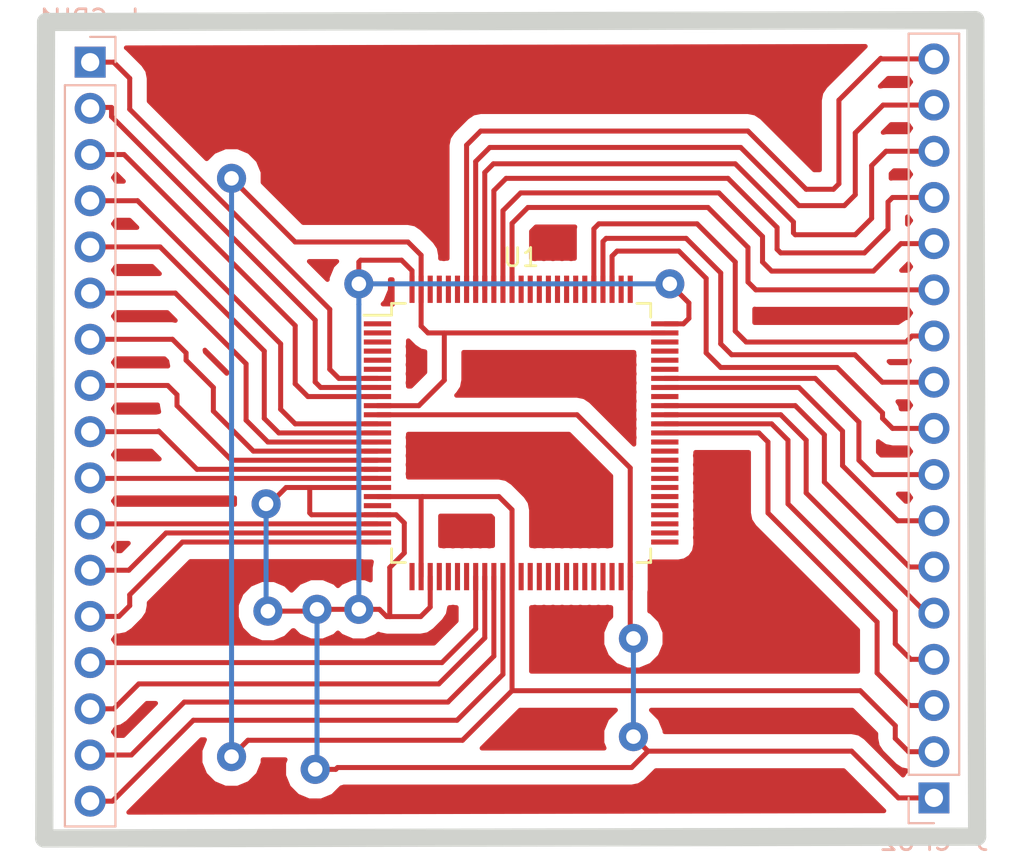
<source format=kicad_pcb>
(kicad_pcb (version 4) (host pcbnew 4.0.6)

  (general
    (links 45)
    (no_connects 0)
    (area 104.341667 95.315 160.708334 142.865)
    (thickness 1.6)
    (drawings 4)
    (tracks 294)
    (zones 0)
    (modules 3)
    (nets 90)
  )

  (page A4)
  (layers
    (0 F.Cu signal)
    (31 B.Cu signal)
    (32 B.Adhes user)
    (33 F.Adhes user)
    (34 B.Paste user)
    (35 F.Paste user)
    (36 B.SilkS user)
    (37 F.SilkS user)
    (38 B.Mask user)
    (39 F.Mask user)
    (40 Dwgs.User user)
    (41 Cmts.User user)
    (42 Eco1.User user)
    (43 Eco2.User user)
    (44 Edge.Cuts user)
    (45 Margin user)
    (46 B.CrtYd user)
    (47 F.CrtYd user)
    (48 B.Fab user)
    (49 F.Fab user)
  )

  (setup
    (last_trace_width 0.25)
    (user_trace_width 0.275)
    (user_trace_width 0.3)
    (user_trace_width 0.6)
    (user_trace_width 0.8)
    (trace_clearance 0.15)
    (zone_clearance 0.8)
    (zone_45_only no)
    (trace_min 0.2)
    (segment_width 0.2)
    (edge_width 1)
    (via_size 0.6)
    (via_drill 0.4)
    (via_min_size 0.4)
    (via_min_drill 0.3)
    (user_via 1.6 0.8)
    (uvia_size 0.3)
    (uvia_drill 0.1)
    (uvias_allowed no)
    (uvia_min_size 0.2)
    (uvia_min_drill 0.1)
    (pcb_text_width 0.3)
    (pcb_text_size 1.5 1.5)
    (mod_edge_width 0.15)
    (mod_text_size 1 1)
    (mod_text_width 0.15)
    (pad_size 1.5 1.5)
    (pad_drill 0.6)
    (pad_to_mask_clearance 0)
    (aux_axis_origin 0 0)
    (visible_elements FFFFEF7F)
    (pcbplotparams
      (layerselection 0x00030_80000001)
      (usegerberextensions false)
      (excludeedgelayer true)
      (linewidth 0.100000)
      (plotframeref false)
      (viasonmask false)
      (mode 1)
      (useauxorigin false)
      (hpglpennumber 1)
      (hpglpenspeed 20)
      (hpglpendiameter 15)
      (hpglpenoverlay 2)
      (psnegative false)
      (psa4output false)
      (plotreference true)
      (plotvalue true)
      (plotinvisibletext false)
      (padsonsilk false)
      (subtractmaskfromsilk false)
      (outputformat 5)
      (mirror false)
      (drillshape 0)
      (scaleselection 1)
      (outputdirectory ""))
  )

  (net 0 "")
  (net 1 GND)
  (net 2 /ADC_2)
  (net 3 /ADC_0)
  (net 4 /ADC_1)
  (net 5 /GLCD_0)
  (net 6 /GLCD_1)
  (net 7 /GLCD_2)
  (net 8 /GLCD_3)
  (net 9 /GLCD_4)
  (net 10 /GLCD_5)
  (net 11 /GLCD_6)
  (net 12 /GLCD_7)
  (net 13 /GLCD_CS1)
  (net 14 /GLCD_CS2)
  (net 15 /GLCD_RST)
  (net 16 /GLCD_RW)
  (net 17 /GLCD_RS)
  (net 18 /GLCD_EN)
  (net 19 VDD)
  (net 20 /ADC_SCL)
  (net 21 /ADC_SDA)
  (net 22 /USER_INPUT_1)
  (net 23 /USER_INPUT_2)
  (net 24 "Net-(U1-Pad1)")
  (net 25 "Net-(U1-Pad2)")
  (net 26 "Net-(U1-Pad3)")
  (net 27 "Net-(U1-Pad4)")
  (net 28 "Net-(U1-Pad5)")
  (net 29 "Net-(U1-Pad6)")
  (net 30 "Net-(U1-Pad21)")
  (net 31 "Net-(U1-Pad26)")
  (net 32 "Net-(U1-Pad29)")
  (net 33 "Net-(U1-Pad30)")
  (net 34 "Net-(U1-Pad31)")
  (net 35 "Net-(U1-Pad32)")
  (net 36 "Net-(U1-Pad38)")
  (net 37 "Net-(U1-Pad39)")
  (net 38 "Net-(U1-Pad40)")
  (net 39 "Net-(U1-Pad41)")
  (net 40 "Net-(U1-Pad42)")
  (net 41 "Net-(U1-Pad43)")
  (net 42 "Net-(U1-Pad44)")
  (net 43 "Net-(U1-Pad45)")
  (net 44 "Net-(U1-Pad46)")
  (net 45 "Net-(U1-Pad47)")
  (net 46 "Net-(U1-Pad48)")
  (net 47 "Net-(U1-Pad49)")
  (net 48 "Net-(U1-Pad51)")
  (net 49 "Net-(U1-Pad52)")
  (net 50 "Net-(U1-Pad53)")
  (net 51 "Net-(U1-Pad54)")
  (net 52 "Net-(U1-Pad55)")
  (net 53 "Net-(U1-Pad56)")
  (net 54 "Net-(U1-Pad57)")
  (net 55 "Net-(U1-Pad58)")
  (net 56 "Net-(U1-Pad59)")
  (net 57 "Net-(U1-Pad60)")
  (net 58 "Net-(U1-Pad61)")
  (net 59 "Net-(U1-Pad62)")
  (net 60 "Net-(U1-Pad67)")
  (net 61 /RX)
  (net 62 /TX)
  (net 63 "Net-(U1-Pad70)")
  (net 64 "Net-(U1-Pad71)")
  (net 65 "Net-(U1-Pad72)")
  (net 66 "Net-(U1-Pad73)")
  (net 67 "Net-(U1-Pad76)")
  (net 68 "Net-(U1-Pad77)")
  (net 69 "Net-(U1-Pad81)")
  (net 70 "Net-(U1-Pad82)")
  (net 71 "Net-(U1-Pad83)")
  (net 72 "Net-(U1-Pad84)")
  (net 73 "Net-(U1-Pad85)")
  (net 74 "Net-(U1-Pad86)")
  (net 75 "Net-(U1-Pad87)")
  (net 76 "Net-(U1-Pad88)")
  (net 77 /ADC_EOC)
  (net 78 "Net-(U1-Pad95)")
  (net 79 "Net-(U1-Pad96)")
  (net 80 "Net-(U1-Pad97)")
  (net 81 "Net-(U1-Pad98)")
  (net 82 /RST)
  (net 83 /OSC24_IN)
  (net 84 /OSC24_OUT)
  (net 85 /OSC32_IN)
  (net 86 /OSC32_OUT)
  (net 87 /BOOT)
  (net 88 /ADC_MCLK)
  (net 89 /ADC_XCLR)

  (net_class Default "This is the default net class."
    (clearance 0.15)
    (trace_width 0.25)
    (via_dia 0.6)
    (via_drill 0.4)
    (uvia_dia 0.3)
    (uvia_drill 0.1)
    (add_net /ADC_0)
    (add_net /ADC_1)
    (add_net /ADC_2)
    (add_net /ADC_EOC)
    (add_net /ADC_MCLK)
    (add_net /ADC_SCL)
    (add_net /ADC_SDA)
    (add_net /ADC_XCLR)
    (add_net /BOOT)
    (add_net /GLCD_0)
    (add_net /GLCD_1)
    (add_net /GLCD_2)
    (add_net /GLCD_3)
    (add_net /GLCD_4)
    (add_net /GLCD_5)
    (add_net /GLCD_6)
    (add_net /GLCD_7)
    (add_net /GLCD_CS1)
    (add_net /GLCD_CS2)
    (add_net /GLCD_EN)
    (add_net /GLCD_RS)
    (add_net /GLCD_RST)
    (add_net /GLCD_RW)
    (add_net /OSC24_IN)
    (add_net /OSC24_OUT)
    (add_net /OSC32_IN)
    (add_net /OSC32_OUT)
    (add_net /RST)
    (add_net /RX)
    (add_net /TX)
    (add_net /USER_INPUT_1)
    (add_net /USER_INPUT_2)
    (add_net GND)
    (add_net "Net-(U1-Pad1)")
    (add_net "Net-(U1-Pad2)")
    (add_net "Net-(U1-Pad21)")
    (add_net "Net-(U1-Pad26)")
    (add_net "Net-(U1-Pad29)")
    (add_net "Net-(U1-Pad3)")
    (add_net "Net-(U1-Pad30)")
    (add_net "Net-(U1-Pad31)")
    (add_net "Net-(U1-Pad32)")
    (add_net "Net-(U1-Pad38)")
    (add_net "Net-(U1-Pad39)")
    (add_net "Net-(U1-Pad4)")
    (add_net "Net-(U1-Pad40)")
    (add_net "Net-(U1-Pad41)")
    (add_net "Net-(U1-Pad42)")
    (add_net "Net-(U1-Pad43)")
    (add_net "Net-(U1-Pad44)")
    (add_net "Net-(U1-Pad45)")
    (add_net "Net-(U1-Pad46)")
    (add_net "Net-(U1-Pad47)")
    (add_net "Net-(U1-Pad48)")
    (add_net "Net-(U1-Pad49)")
    (add_net "Net-(U1-Pad5)")
    (add_net "Net-(U1-Pad51)")
    (add_net "Net-(U1-Pad52)")
    (add_net "Net-(U1-Pad53)")
    (add_net "Net-(U1-Pad54)")
    (add_net "Net-(U1-Pad55)")
    (add_net "Net-(U1-Pad56)")
    (add_net "Net-(U1-Pad57)")
    (add_net "Net-(U1-Pad58)")
    (add_net "Net-(U1-Pad59)")
    (add_net "Net-(U1-Pad6)")
    (add_net "Net-(U1-Pad60)")
    (add_net "Net-(U1-Pad61)")
    (add_net "Net-(U1-Pad62)")
    (add_net "Net-(U1-Pad67)")
    (add_net "Net-(U1-Pad70)")
    (add_net "Net-(U1-Pad71)")
    (add_net "Net-(U1-Pad72)")
    (add_net "Net-(U1-Pad73)")
    (add_net "Net-(U1-Pad76)")
    (add_net "Net-(U1-Pad77)")
    (add_net "Net-(U1-Pad81)")
    (add_net "Net-(U1-Pad82)")
    (add_net "Net-(U1-Pad83)")
    (add_net "Net-(U1-Pad84)")
    (add_net "Net-(U1-Pad85)")
    (add_net "Net-(U1-Pad86)")
    (add_net "Net-(U1-Pad87)")
    (add_net "Net-(U1-Pad88)")
    (add_net "Net-(U1-Pad95)")
    (add_net "Net-(U1-Pad96)")
    (add_net "Net-(U1-Pad97)")
    (add_net "Net-(U1-Pad98)")
    (add_net VDD)
  )

  (module Housings_QFP:LQFP-100_14x14mm_Pitch0.5mm locked (layer F.Cu) (tedit 54130A77) (tstamp 59D2BF30)
    (at 133.025 119.2)
    (descr "LQFP100: plastic low profile quad flat package; 100 leads; body 14 x 14 x 1.4 mm (see NXP sot407-1_po.pdf and sot407-1_fr.pdf)")
    (tags "QFP 0.5")
    (path /59B0F675)
    (attr smd)
    (fp_text reference U1 (at 0 -9.65) (layer F.SilkS)
      (effects (font (size 1 1) (thickness 0.15)))
    )
    (fp_text value STM32F407VGTx (at 0 9.65) (layer F.Fab)
      (effects (font (size 1 1) (thickness 0.15)))
    )
    (fp_text user %R (at 1.2 1) (layer F.Fab)
      (effects (font (size 1 1) (thickness 0.15)))
    )
    (fp_line (start -6 -7) (end 7 -7) (layer F.Fab) (width 0.15))
    (fp_line (start 7 -7) (end 7 7) (layer F.Fab) (width 0.15))
    (fp_line (start 7 7) (end -7 7) (layer F.Fab) (width 0.15))
    (fp_line (start -7 7) (end -7 -6) (layer F.Fab) (width 0.15))
    (fp_line (start -7 -6) (end -6 -7) (layer F.Fab) (width 0.15))
    (fp_line (start -8.9 -8.9) (end -8.9 8.9) (layer F.CrtYd) (width 0.05))
    (fp_line (start 8.9 -8.9) (end 8.9 8.9) (layer F.CrtYd) (width 0.05))
    (fp_line (start -8.9 -8.9) (end 8.9 -8.9) (layer F.CrtYd) (width 0.05))
    (fp_line (start -8.9 8.9) (end 8.9 8.9) (layer F.CrtYd) (width 0.05))
    (fp_line (start -7.125 -7.125) (end -7.125 -6.475) (layer F.SilkS) (width 0.15))
    (fp_line (start 7.125 -7.125) (end 7.125 -6.365) (layer F.SilkS) (width 0.15))
    (fp_line (start 7.125 7.125) (end 7.125 6.365) (layer F.SilkS) (width 0.15))
    (fp_line (start -7.125 7.125) (end -7.125 6.365) (layer F.SilkS) (width 0.15))
    (fp_line (start -7.125 -7.125) (end -6.365 -7.125) (layer F.SilkS) (width 0.15))
    (fp_line (start -7.125 7.125) (end -6.365 7.125) (layer F.SilkS) (width 0.15))
    (fp_line (start 7.125 7.125) (end 6.365 7.125) (layer F.SilkS) (width 0.15))
    (fp_line (start 7.125 -7.125) (end 6.365 -7.125) (layer F.SilkS) (width 0.15))
    (fp_line (start -7.125 -6.475) (end -8.65 -6.475) (layer F.SilkS) (width 0.15))
    (pad 1 smd rect (at -7.9 -6) (size 1.5 0.28) (layers F.Cu F.Paste F.Mask)
      (net 24 "Net-(U1-Pad1)"))
    (pad 2 smd rect (at -7.9 -5.5) (size 1.5 0.28) (layers F.Cu F.Paste F.Mask)
      (net 25 "Net-(U1-Pad2)"))
    (pad 3 smd rect (at -7.9 -5) (size 1.5 0.28) (layers F.Cu F.Paste F.Mask)
      (net 26 "Net-(U1-Pad3)"))
    (pad 4 smd rect (at -7.9 -4.5) (size 1.5 0.28) (layers F.Cu F.Paste F.Mask)
      (net 27 "Net-(U1-Pad4)"))
    (pad 5 smd rect (at -7.9 -4) (size 1.5 0.28) (layers F.Cu F.Paste F.Mask)
      (net 28 "Net-(U1-Pad5)"))
    (pad 6 smd rect (at -7.9 -3.5) (size 1.5 0.28) (layers F.Cu F.Paste F.Mask)
      (net 29 "Net-(U1-Pad6)"))
    (pad 7 smd rect (at -7.9 -3) (size 1.5 0.28) (layers F.Cu F.Paste F.Mask)
      (net 18 /GLCD_EN))
    (pad 8 smd rect (at -7.9 -2.5) (size 1.5 0.28) (layers F.Cu F.Paste F.Mask)
      (net 85 /OSC32_IN))
    (pad 9 smd rect (at -7.9 -2) (size 1.5 0.28) (layers F.Cu F.Paste F.Mask)
      (net 86 /OSC32_OUT))
    (pad 10 smd rect (at -7.9 -1.5) (size 1.5 0.28) (layers F.Cu F.Paste F.Mask)
      (net 1 GND))
    (pad 11 smd rect (at -7.9 -1) (size 1.5 0.28) (layers F.Cu F.Paste F.Mask)
      (net 19 VDD))
    (pad 12 smd rect (at -7.9 -0.5) (size 1.5 0.28) (layers F.Cu F.Paste F.Mask)
      (net 83 /OSC24_IN))
    (pad 13 smd rect (at -7.9 0) (size 1.5 0.28) (layers F.Cu F.Paste F.Mask)
      (net 84 /OSC24_OUT))
    (pad 14 smd rect (at -7.9 0.5) (size 1.5 0.28) (layers F.Cu F.Paste F.Mask)
      (net 82 /RST))
    (pad 15 smd rect (at -7.9 1) (size 1.5 0.28) (layers F.Cu F.Paste F.Mask)
      (net 5 /GLCD_0))
    (pad 16 smd rect (at -7.9 1.5) (size 1.5 0.28) (layers F.Cu F.Paste F.Mask)
      (net 6 /GLCD_1))
    (pad 17 smd rect (at -7.9 2) (size 1.5 0.28) (layers F.Cu F.Paste F.Mask)
      (net 7 /GLCD_2))
    (pad 18 smd rect (at -7.9 2.5) (size 1.5 0.28) (layers F.Cu F.Paste F.Mask)
      (net 8 /GLCD_3))
    (pad 19 smd rect (at -7.9 3) (size 1.5 0.28) (layers F.Cu F.Paste F.Mask)
      (net 19 VDD))
    (pad 20 smd rect (at -7.9 3.5) (size 1.5 0.28) (layers F.Cu F.Paste F.Mask)
      (net 1 GND))
    (pad 21 smd rect (at -7.9 4) (size 1.5 0.28) (layers F.Cu F.Paste F.Mask)
      (net 30 "Net-(U1-Pad21)"))
    (pad 22 smd rect (at -7.9 4.5) (size 1.5 0.28) (layers F.Cu F.Paste F.Mask)
      (net 19 VDD))
    (pad 23 smd rect (at -7.9 5) (size 1.5 0.28) (layers F.Cu F.Paste F.Mask)
      (net 3 /ADC_0))
    (pad 24 smd rect (at -7.9 5.5) (size 1.5 0.28) (layers F.Cu F.Paste F.Mask)
      (net 4 /ADC_1))
    (pad 25 smd rect (at -7.9 6) (size 1.5 0.28) (layers F.Cu F.Paste F.Mask)
      (net 2 /ADC_2))
    (pad 26 smd rect (at -6 7.9 90) (size 1.5 0.28) (layers F.Cu F.Paste F.Mask)
      (net 31 "Net-(U1-Pad26)"))
    (pad 27 smd rect (at -5.5 7.9 90) (size 1.5 0.28) (layers F.Cu F.Paste F.Mask)
      (net 1 GND))
    (pad 28 smd rect (at -5 7.9 90) (size 1.5 0.28) (layers F.Cu F.Paste F.Mask)
      (net 19 VDD))
    (pad 29 smd rect (at -4.5 7.9 90) (size 1.5 0.28) (layers F.Cu F.Paste F.Mask)
      (net 32 "Net-(U1-Pad29)"))
    (pad 30 smd rect (at -4 7.9 90) (size 1.5 0.28) (layers F.Cu F.Paste F.Mask)
      (net 33 "Net-(U1-Pad30)"))
    (pad 31 smd rect (at -3.5 7.9 90) (size 1.5 0.28) (layers F.Cu F.Paste F.Mask)
      (net 34 "Net-(U1-Pad31)"))
    (pad 32 smd rect (at -3 7.9 90) (size 1.5 0.28) (layers F.Cu F.Paste F.Mask)
      (net 35 "Net-(U1-Pad32)"))
    (pad 33 smd rect (at -2.5 7.9 90) (size 1.5 0.28) (layers F.Cu F.Paste F.Mask)
      (net 9 /GLCD_4))
    (pad 34 smd rect (at -2 7.9 90) (size 1.5 0.28) (layers F.Cu F.Paste F.Mask)
      (net 10 /GLCD_5))
    (pad 35 smd rect (at -1.5 7.9 90) (size 1.5 0.28) (layers F.Cu F.Paste F.Mask)
      (net 22 /USER_INPUT_1))
    (pad 36 smd rect (at -1 7.9 90) (size 1.5 0.28) (layers F.Cu F.Paste F.Mask)
      (net 23 /USER_INPUT_2))
    (pad 37 smd rect (at -0.5 7.9 90) (size 1.5 0.28) (layers F.Cu F.Paste F.Mask)
      (net 1 GND))
    (pad 38 smd rect (at 0 7.9 90) (size 1.5 0.28) (layers F.Cu F.Paste F.Mask)
      (net 36 "Net-(U1-Pad38)"))
    (pad 39 smd rect (at 0.5 7.9 90) (size 1.5 0.28) (layers F.Cu F.Paste F.Mask)
      (net 37 "Net-(U1-Pad39)"))
    (pad 40 smd rect (at 1 7.9 90) (size 1.5 0.28) (layers F.Cu F.Paste F.Mask)
      (net 38 "Net-(U1-Pad40)"))
    (pad 41 smd rect (at 1.5 7.9 90) (size 1.5 0.28) (layers F.Cu F.Paste F.Mask)
      (net 39 "Net-(U1-Pad41)"))
    (pad 42 smd rect (at 2 7.9 90) (size 1.5 0.28) (layers F.Cu F.Paste F.Mask)
      (net 40 "Net-(U1-Pad42)"))
    (pad 43 smd rect (at 2.5 7.9 90) (size 1.5 0.28) (layers F.Cu F.Paste F.Mask)
      (net 41 "Net-(U1-Pad43)"))
    (pad 44 smd rect (at 3 7.9 90) (size 1.5 0.28) (layers F.Cu F.Paste F.Mask)
      (net 42 "Net-(U1-Pad44)"))
    (pad 45 smd rect (at 3.5 7.9 90) (size 1.5 0.28) (layers F.Cu F.Paste F.Mask)
      (net 43 "Net-(U1-Pad45)"))
    (pad 46 smd rect (at 4 7.9 90) (size 1.5 0.28) (layers F.Cu F.Paste F.Mask)
      (net 44 "Net-(U1-Pad46)"))
    (pad 47 smd rect (at 4.5 7.9 90) (size 1.5 0.28) (layers F.Cu F.Paste F.Mask)
      (net 45 "Net-(U1-Pad47)"))
    (pad 48 smd rect (at 5 7.9 90) (size 1.5 0.28) (layers F.Cu F.Paste F.Mask)
      (net 46 "Net-(U1-Pad48)"))
    (pad 49 smd rect (at 5.5 7.9 90) (size 1.5 0.28) (layers F.Cu F.Paste F.Mask)
      (net 47 "Net-(U1-Pad49)"))
    (pad 50 smd rect (at 6 7.9 90) (size 1.5 0.28) (layers F.Cu F.Paste F.Mask)
      (net 19 VDD))
    (pad 51 smd rect (at 7.9 6) (size 1.5 0.28) (layers F.Cu F.Paste F.Mask)
      (net 48 "Net-(U1-Pad51)"))
    (pad 52 smd rect (at 7.9 5.5) (size 1.5 0.28) (layers F.Cu F.Paste F.Mask)
      (net 49 "Net-(U1-Pad52)"))
    (pad 53 smd rect (at 7.9 5) (size 1.5 0.28) (layers F.Cu F.Paste F.Mask)
      (net 50 "Net-(U1-Pad53)"))
    (pad 54 smd rect (at 7.9 4.5) (size 1.5 0.28) (layers F.Cu F.Paste F.Mask)
      (net 51 "Net-(U1-Pad54)"))
    (pad 55 smd rect (at 7.9 4) (size 1.5 0.28) (layers F.Cu F.Paste F.Mask)
      (net 52 "Net-(U1-Pad55)"))
    (pad 56 smd rect (at 7.9 3.5) (size 1.5 0.28) (layers F.Cu F.Paste F.Mask)
      (net 53 "Net-(U1-Pad56)"))
    (pad 57 smd rect (at 7.9 3) (size 1.5 0.28) (layers F.Cu F.Paste F.Mask)
      (net 54 "Net-(U1-Pad57)"))
    (pad 58 smd rect (at 7.9 2.5) (size 1.5 0.28) (layers F.Cu F.Paste F.Mask)
      (net 55 "Net-(U1-Pad58)"))
    (pad 59 smd rect (at 7.9 2) (size 1.5 0.28) (layers F.Cu F.Paste F.Mask)
      (net 56 "Net-(U1-Pad59)"))
    (pad 60 smd rect (at 7.9 1.5) (size 1.5 0.28) (layers F.Cu F.Paste F.Mask)
      (net 57 "Net-(U1-Pad60)"))
    (pad 61 smd rect (at 7.9 1) (size 1.5 0.28) (layers F.Cu F.Paste F.Mask)
      (net 58 "Net-(U1-Pad61)"))
    (pad 62 smd rect (at 7.9 0.5) (size 1.5 0.28) (layers F.Cu F.Paste F.Mask)
      (net 59 "Net-(U1-Pad62)"))
    (pad 63 smd rect (at 7.9 0) (size 1.5 0.28) (layers F.Cu F.Paste F.Mask)
      (net 11 /GLCD_6))
    (pad 64 smd rect (at 7.9 -0.5) (size 1.5 0.28) (layers F.Cu F.Paste F.Mask)
      (net 12 /GLCD_7))
    (pad 65 smd rect (at 7.9 -1) (size 1.5 0.28) (layers F.Cu F.Paste F.Mask)
      (net 13 /GLCD_CS1))
    (pad 66 smd rect (at 7.9 -1.5) (size 1.5 0.28) (layers F.Cu F.Paste F.Mask)
      (net 14 /GLCD_CS2))
    (pad 67 smd rect (at 7.9 -2) (size 1.5 0.28) (layers F.Cu F.Paste F.Mask)
      (net 60 "Net-(U1-Pad67)"))
    (pad 68 smd rect (at 7.9 -2.5) (size 1.5 0.28) (layers F.Cu F.Paste F.Mask)
      (net 61 /RX))
    (pad 69 smd rect (at 7.9 -3) (size 1.5 0.28) (layers F.Cu F.Paste F.Mask)
      (net 62 /TX))
    (pad 70 smd rect (at 7.9 -3.5) (size 1.5 0.28) (layers F.Cu F.Paste F.Mask)
      (net 63 "Net-(U1-Pad70)"))
    (pad 71 smd rect (at 7.9 -4) (size 1.5 0.28) (layers F.Cu F.Paste F.Mask)
      (net 64 "Net-(U1-Pad71)"))
    (pad 72 smd rect (at 7.9 -4.5) (size 1.5 0.28) (layers F.Cu F.Paste F.Mask)
      (net 65 "Net-(U1-Pad72)"))
    (pad 73 smd rect (at 7.9 -5) (size 1.5 0.28) (layers F.Cu F.Paste F.Mask)
      (net 66 "Net-(U1-Pad73)"))
    (pad 74 smd rect (at 7.9 -5.5) (size 1.5 0.28) (layers F.Cu F.Paste F.Mask)
      (net 1 GND))
    (pad 75 smd rect (at 7.9 -6) (size 1.5 0.28) (layers F.Cu F.Paste F.Mask)
      (net 19 VDD))
    (pad 76 smd rect (at 6 -7.9 90) (size 1.5 0.28) (layers F.Cu F.Paste F.Mask)
      (net 67 "Net-(U1-Pad76)"))
    (pad 77 smd rect (at 5.5 -7.9 90) (size 1.5 0.28) (layers F.Cu F.Paste F.Mask)
      (net 68 "Net-(U1-Pad77)"))
    (pad 78 smd rect (at 5 -7.9 90) (size 1.5 0.28) (layers F.Cu F.Paste F.Mask)
      (net 17 /GLCD_RS))
    (pad 79 smd rect (at 4.5 -7.9 90) (size 1.5 0.28) (layers F.Cu F.Paste F.Mask)
      (net 16 /GLCD_RW))
    (pad 80 smd rect (at 4 -7.9 90) (size 1.5 0.28) (layers F.Cu F.Paste F.Mask)
      (net 15 /GLCD_RST))
    (pad 81 smd rect (at 3.5 -7.9 90) (size 1.5 0.28) (layers F.Cu F.Paste F.Mask)
      (net 69 "Net-(U1-Pad81)"))
    (pad 82 smd rect (at 3 -7.9 90) (size 1.5 0.28) (layers F.Cu F.Paste F.Mask)
      (net 70 "Net-(U1-Pad82)"))
    (pad 83 smd rect (at 2.5 -7.9 90) (size 1.5 0.28) (layers F.Cu F.Paste F.Mask)
      (net 71 "Net-(U1-Pad83)"))
    (pad 84 smd rect (at 2 -7.9 90) (size 1.5 0.28) (layers F.Cu F.Paste F.Mask)
      (net 72 "Net-(U1-Pad84)"))
    (pad 85 smd rect (at 1.5 -7.9 90) (size 1.5 0.28) (layers F.Cu F.Paste F.Mask)
      (net 73 "Net-(U1-Pad85)"))
    (pad 86 smd rect (at 1 -7.9 90) (size 1.5 0.28) (layers F.Cu F.Paste F.Mask)
      (net 74 "Net-(U1-Pad86)"))
    (pad 87 smd rect (at 0.5 -7.9 90) (size 1.5 0.28) (layers F.Cu F.Paste F.Mask)
      (net 75 "Net-(U1-Pad87)"))
    (pad 88 smd rect (at 0 -7.9 90) (size 1.5 0.28) (layers F.Cu F.Paste F.Mask)
      (net 76 "Net-(U1-Pad88)"))
    (pad 89 smd rect (at -0.5 -7.9 90) (size 1.5 0.28) (layers F.Cu F.Paste F.Mask)
      (net 88 /ADC_MCLK))
    (pad 90 smd rect (at -1 -7.9 90) (size 1.5 0.28) (layers F.Cu F.Paste F.Mask)
      (net 89 /ADC_XCLR))
    (pad 91 smd rect (at -1.5 -7.9 90) (size 1.5 0.28) (layers F.Cu F.Paste F.Mask)
      (net 77 /ADC_EOC))
    (pad 92 smd rect (at -2 -7.9 90) (size 1.5 0.28) (layers F.Cu F.Paste F.Mask)
      (net 20 /ADC_SCL))
    (pad 93 smd rect (at -2.5 -7.9 90) (size 1.5 0.28) (layers F.Cu F.Paste F.Mask)
      (net 21 /ADC_SDA))
    (pad 94 smd rect (at -3 -7.9 90) (size 1.5 0.28) (layers F.Cu F.Paste F.Mask)
      (net 87 /BOOT))
    (pad 95 smd rect (at -3.5 -7.9 90) (size 1.5 0.28) (layers F.Cu F.Paste F.Mask)
      (net 78 "Net-(U1-Pad95)"))
    (pad 96 smd rect (at -4 -7.9 90) (size 1.5 0.28) (layers F.Cu F.Paste F.Mask)
      (net 79 "Net-(U1-Pad96)"))
    (pad 97 smd rect (at -4.5 -7.9 90) (size 1.5 0.28) (layers F.Cu F.Paste F.Mask)
      (net 80 "Net-(U1-Pad97)"))
    (pad 98 smd rect (at -5 -7.9 90) (size 1.5 0.28) (layers F.Cu F.Paste F.Mask)
      (net 81 "Net-(U1-Pad98)"))
    (pad 99 smd rect (at -5.5 -7.9 90) (size 1.5 0.28) (layers F.Cu F.Paste F.Mask)
      (net 1 GND))
    (pad 100 smd rect (at -6 -7.9 90) (size 1.5 0.28) (layers F.Cu F.Paste F.Mask)
      (net 19 VDD))
    (model Housings_QFP.3dshapes/LQFP-100_14x14mm_Pitch0.5mm.wrl
      (at (xyz 0 0 0))
      (scale (xyz 1 1 1))
      (rotate (xyz 0 0 0))
    )
  )

  (module Pin_Headers:Pin_Header_Straight_1x17_Pitch2.54mm locked (layer B.Cu) (tedit 5862ED52) (tstamp 59D2C640)
    (at 109.325 98.81 180)
    (descr "Through hole straight pin header, 1x17, 2.54mm pitch, single row")
    (tags "Through hole pin header THT 1x17 2.54mm single row")
    (path /59D4BBFA)
    (fp_text reference J-CPU1 (at 0 2.39 180) (layer B.SilkS)
      (effects (font (size 1 1) (thickness 0.15)) (justify mirror))
    )
    (fp_text value CONN_01X17 (at 0 -43.03 180) (layer B.Fab)
      (effects (font (size 1 1) (thickness 0.15)) (justify mirror))
    )
    (fp_line (start -1.27 1.27) (end -1.27 -41.91) (layer B.Fab) (width 0.1))
    (fp_line (start -1.27 -41.91) (end 1.27 -41.91) (layer B.Fab) (width 0.1))
    (fp_line (start 1.27 -41.91) (end 1.27 1.27) (layer B.Fab) (width 0.1))
    (fp_line (start 1.27 1.27) (end -1.27 1.27) (layer B.Fab) (width 0.1))
    (fp_line (start -1.39 -1.27) (end -1.39 -42.03) (layer B.SilkS) (width 0.12))
    (fp_line (start -1.39 -42.03) (end 1.39 -42.03) (layer B.SilkS) (width 0.12))
    (fp_line (start 1.39 -42.03) (end 1.39 -1.27) (layer B.SilkS) (width 0.12))
    (fp_line (start 1.39 -1.27) (end -1.39 -1.27) (layer B.SilkS) (width 0.12))
    (fp_line (start -1.39 0) (end -1.39 1.39) (layer B.SilkS) (width 0.12))
    (fp_line (start -1.39 1.39) (end 0 1.39) (layer B.SilkS) (width 0.12))
    (fp_line (start -1.6 1.6) (end -1.6 -42.2) (layer B.CrtYd) (width 0.05))
    (fp_line (start -1.6 -42.2) (end 1.6 -42.2) (layer B.CrtYd) (width 0.05))
    (fp_line (start 1.6 -42.2) (end 1.6 1.6) (layer B.CrtYd) (width 0.05))
    (fp_line (start 1.6 1.6) (end -1.6 1.6) (layer B.CrtYd) (width 0.05))
    (pad 1 thru_hole rect (at 0 0 180) (size 1.7 1.7) (drill 1) (layers *.Cu *.Mask)
      (net 18 /GLCD_EN))
    (pad 2 thru_hole oval (at 0 -2.54 180) (size 1.7 1.7) (drill 1) (layers *.Cu *.Mask)
      (net 85 /OSC32_IN))
    (pad 3 thru_hole oval (at 0 -5.08 180) (size 1.7 1.7) (drill 1) (layers *.Cu *.Mask)
      (net 86 /OSC32_OUT))
    (pad 4 thru_hole oval (at 0 -7.62 180) (size 1.7 1.7) (drill 1) (layers *.Cu *.Mask)
      (net 83 /OSC24_IN))
    (pad 5 thru_hole oval (at 0 -10.16 180) (size 1.7 1.7) (drill 1) (layers *.Cu *.Mask)
      (net 84 /OSC24_OUT))
    (pad 6 thru_hole oval (at 0 -12.7 180) (size 1.7 1.7) (drill 1) (layers *.Cu *.Mask)
      (net 82 /RST))
    (pad 7 thru_hole oval (at 0 -15.24 180) (size 1.7 1.7) (drill 1) (layers *.Cu *.Mask)
      (net 5 /GLCD_0))
    (pad 8 thru_hole oval (at 0 -17.78 180) (size 1.7 1.7) (drill 1) (layers *.Cu *.Mask)
      (net 6 /GLCD_1))
    (pad 9 thru_hole oval (at 0 -20.32 180) (size 1.7 1.7) (drill 1) (layers *.Cu *.Mask)
      (net 7 /GLCD_2))
    (pad 10 thru_hole oval (at 0 -22.86 180) (size 1.7 1.7) (drill 1) (layers *.Cu *.Mask)
      (net 8 /GLCD_3))
    (pad 11 thru_hole oval (at 0 -25.4 180) (size 1.7 1.7) (drill 1) (layers *.Cu *.Mask)
      (net 3 /ADC_0))
    (pad 12 thru_hole oval (at 0 -27.94 180) (size 1.7 1.7) (drill 1) (layers *.Cu *.Mask)
      (net 4 /ADC_1))
    (pad 13 thru_hole oval (at 0 -30.48 180) (size 1.7 1.7) (drill 1) (layers *.Cu *.Mask)
      (net 2 /ADC_2))
    (pad 14 thru_hole oval (at 0 -33.02 180) (size 1.7 1.7) (drill 1) (layers *.Cu *.Mask)
      (net 9 /GLCD_4))
    (pad 15 thru_hole oval (at 0 -35.56 180) (size 1.7 1.7) (drill 1) (layers *.Cu *.Mask)
      (net 10 /GLCD_5))
    (pad 16 thru_hole oval (at 0 -38.1 180) (size 1.7 1.7) (drill 1) (layers *.Cu *.Mask)
      (net 22 /USER_INPUT_1))
    (pad 17 thru_hole oval (at 0 -40.64 180) (size 1.7 1.7) (drill 1) (layers *.Cu *.Mask)
      (net 23 /USER_INPUT_2))
    (model Pin_Headers.3dshapes/Pin_Header_Straight_1x17_Pitch2.54mm.wrl
      (at (xyz 0 -0.8 0))
      (scale (xyz 1 1 1))
      (rotate (xyz 0 0 90))
    )
  )

  (module Pin_Headers:Pin_Header_Straight_1x17_Pitch2.54mm locked (layer B.Cu) (tedit 5862ED52) (tstamp 59D2C655)
    (at 155.725 139.27)
    (descr "Through hole straight pin header, 1x17, 2.54mm pitch, single row")
    (tags "Through hole pin header THT 1x17 2.54mm single row")
    (path /59D532FC)
    (fp_text reference J-CPU2 (at 0 2.39) (layer B.SilkS)
      (effects (font (size 1 1) (thickness 0.15)) (justify mirror))
    )
    (fp_text value CONN_01X17 (at 0 -43.03) (layer B.Fab)
      (effects (font (size 1 1) (thickness 0.15)) (justify mirror))
    )
    (fp_line (start -1.27 1.27) (end -1.27 -41.91) (layer B.Fab) (width 0.1))
    (fp_line (start -1.27 -41.91) (end 1.27 -41.91) (layer B.Fab) (width 0.1))
    (fp_line (start 1.27 -41.91) (end 1.27 1.27) (layer B.Fab) (width 0.1))
    (fp_line (start 1.27 1.27) (end -1.27 1.27) (layer B.Fab) (width 0.1))
    (fp_line (start -1.39 -1.27) (end -1.39 -42.03) (layer B.SilkS) (width 0.12))
    (fp_line (start -1.39 -42.03) (end 1.39 -42.03) (layer B.SilkS) (width 0.12))
    (fp_line (start 1.39 -42.03) (end 1.39 -1.27) (layer B.SilkS) (width 0.12))
    (fp_line (start 1.39 -1.27) (end -1.39 -1.27) (layer B.SilkS) (width 0.12))
    (fp_line (start -1.39 0) (end -1.39 1.39) (layer B.SilkS) (width 0.12))
    (fp_line (start -1.39 1.39) (end 0 1.39) (layer B.SilkS) (width 0.12))
    (fp_line (start -1.6 1.6) (end -1.6 -42.2) (layer B.CrtYd) (width 0.05))
    (fp_line (start -1.6 -42.2) (end 1.6 -42.2) (layer B.CrtYd) (width 0.05))
    (fp_line (start 1.6 -42.2) (end 1.6 1.6) (layer B.CrtYd) (width 0.05))
    (fp_line (start 1.6 1.6) (end -1.6 1.6) (layer B.CrtYd) (width 0.05))
    (pad 1 thru_hole rect (at 0 0) (size 1.7 1.7) (drill 1) (layers *.Cu *.Mask)
      (net 19 VDD))
    (pad 2 thru_hole oval (at 0 -2.54) (size 1.7 1.7) (drill 1) (layers *.Cu *.Mask)
      (net 1 GND))
    (pad 3 thru_hole oval (at 0 -5.08) (size 1.7 1.7) (drill 1) (layers *.Cu *.Mask)
      (net 11 /GLCD_6))
    (pad 4 thru_hole oval (at 0 -7.62) (size 1.7 1.7) (drill 1) (layers *.Cu *.Mask)
      (net 12 /GLCD_7))
    (pad 5 thru_hole oval (at 0 -10.16) (size 1.7 1.7) (drill 1) (layers *.Cu *.Mask)
      (net 13 /GLCD_CS1))
    (pad 6 thru_hole oval (at 0 -12.7) (size 1.7 1.7) (drill 1) (layers *.Cu *.Mask)
      (net 14 /GLCD_CS2))
    (pad 7 thru_hole oval (at 0 -15.24) (size 1.7 1.7) (drill 1) (layers *.Cu *.Mask)
      (net 61 /RX))
    (pad 8 thru_hole oval (at 0 -17.78) (size 1.7 1.7) (drill 1) (layers *.Cu *.Mask)
      (net 62 /TX))
    (pad 9 thru_hole oval (at 0 -20.32) (size 1.7 1.7) (drill 1) (layers *.Cu *.Mask)
      (net 17 /GLCD_RS))
    (pad 10 thru_hole oval (at 0 -22.86) (size 1.7 1.7) (drill 1) (layers *.Cu *.Mask)
      (net 16 /GLCD_RW))
    (pad 11 thru_hole oval (at 0 -25.4) (size 1.7 1.7) (drill 1) (layers *.Cu *.Mask)
      (net 15 /GLCD_RST))
    (pad 12 thru_hole oval (at 0 -27.94) (size 1.7 1.7) (drill 1) (layers *.Cu *.Mask)
      (net 88 /ADC_MCLK))
    (pad 13 thru_hole oval (at 0 -30.48) (size 1.7 1.7) (drill 1) (layers *.Cu *.Mask)
      (net 89 /ADC_XCLR))
    (pad 14 thru_hole oval (at 0 -33.02) (size 1.7 1.7) (drill 1) (layers *.Cu *.Mask)
      (net 77 /ADC_EOC))
    (pad 15 thru_hole oval (at 0 -35.56) (size 1.7 1.7) (drill 1) (layers *.Cu *.Mask)
      (net 20 /ADC_SCL))
    (pad 16 thru_hole oval (at 0 -38.1) (size 1.7 1.7) (drill 1) (layers *.Cu *.Mask)
      (net 21 /ADC_SDA))
    (pad 17 thru_hole oval (at 0 -40.64) (size 1.7 1.7) (drill 1) (layers *.Cu *.Mask)
      (net 87 /BOOT))
    (model Pin_Headers.3dshapes/Pin_Header_Straight_1x17_Pitch2.54mm.wrl
      (at (xyz 0 -0.8 0))
      (scale (xyz 1 1 1))
      (rotate (xyz 0 0 90))
    )
  )

  (gr_line (start 106.8 141.5) (end 106.9 96.6) (layer Edge.Cuts) (width 1))
  (gr_line (start 158.1 141.4) (end 106.8 141.5) (layer Edge.Cuts) (width 1))
  (gr_line (start 158 96.5) (end 158.1 141.4) (layer Edge.Cuts) (width 1))
  (gr_line (start 106.9 96.6) (end 158 96.5) (layer Edge.Cuts) (width 1))

  (segment (start 153.6 136) (end 154.33 136.73) (width 0.275) (layer F.Cu) (net 1))
  (segment (start 154.33 136.73) (end 155.725 136.73) (width 0.275) (layer F.Cu) (net 1))
  (segment (start 153.6 135.3) (end 153.6 136) (width 0.275) (layer F.Cu) (net 1))
  (segment (start 151.675 133.375) (end 153.6 135.3) (width 0.275) (layer F.Cu) (net 1))
  (segment (start 132.525 133.375) (end 151.675 133.375) (width 0.275) (layer F.Cu) (net 1))
  (segment (start 129.8 136.1) (end 118 136.1) (width 0.275) (layer F.Cu) (net 1))
  (segment (start 118 136.1) (end 117.1 137) (width 0.275) (layer F.Cu) (net 1))
  (segment (start 132.525 133.375) (end 129.8 136.1) (width 0.275) (layer F.Cu) (net 1))
  (segment (start 132.525 127.1) (end 132.525 133.375) (width 0.275) (layer F.Cu) (net 1))
  (segment (start 117.1 105.2) (end 117.1 137) (width 0.275) (layer B.Cu) (net 1))
  (via (at 117.1 137) (size 1.6) (drill 0.8) (layers F.Cu B.Cu) (net 1))
  (segment (start 121.2 108.7) (end 120.6 108.7) (width 0.275) (layer F.Cu) (net 1))
  (segment (start 120.6 108.7) (end 117.1 105.2) (width 0.275) (layer F.Cu) (net 1))
  (via (at 117.1 105.2) (size 1.6) (drill 0.8) (layers F.Cu B.Cu) (net 1))
  (segment (start 127.525 109.425) (end 126.8 108.7) (width 0.275) (layer F.Cu) (net 1))
  (segment (start 126.8 108.7) (end 121.2 108.7) (width 0.275) (layer F.Cu) (net 1))
  (segment (start 127.525 111.3) (end 127.525 109.425) (width 0.275) (layer F.Cu) (net 1))
  (segment (start 140.925 113.7) (end 128.8 113.7) (width 0.275) (layer F.Cu) (net 1))
  (segment (start 128.8 113.7) (end 127.9 113.7) (width 0.275) (layer F.Cu) (net 1))
  (segment (start 127.4 117.7) (end 128.8 116.3) (width 0.275) (layer F.Cu) (net 1))
  (segment (start 128.8 116.3) (end 128.8 113.7) (width 0.275) (layer F.Cu) (net 1))
  (segment (start 125.125 117.7) (end 127.4 117.7) (width 0.275) (layer F.Cu) (net 1))
  (segment (start 127.9 113.7) (end 127.525 113.325) (width 0.275) (layer F.Cu) (net 1))
  (segment (start 127.525 113.325) (end 127.525 111.3) (width 0.275) (layer F.Cu) (net 1))
  (segment (start 125.125 122.7) (end 127.6 122.7) (width 0.275) (layer F.Cu) (net 1))
  (segment (start 127.525 122.775) (end 127.6 122.7) (width 0.275) (layer F.Cu) (net 1))
  (segment (start 127.6 122.7) (end 131.8 122.7) (width 0.275) (layer F.Cu) (net 1))
  (segment (start 127.525 127.1) (end 127.525 122.775) (width 0.275) (layer F.Cu) (net 1))
  (segment (start 131.8 122.7) (end 132.525 123.425) (width 0.275) (layer F.Cu) (net 1))
  (segment (start 132.525 123.425) (end 132.525 127.1) (width 0.275) (layer F.Cu) (net 1))
  (segment (start 111.5 128.7) (end 110.91 129.29) (width 0.275) (layer F.Cu) (net 2))
  (segment (start 110.91 129.29) (end 109.325 129.29) (width 0.275) (layer F.Cu) (net 2))
  (segment (start 111.5 128.1) (end 111.5 128.7) (width 0.275) (layer F.Cu) (net 2))
  (segment (start 114.4 125.2) (end 111.5 128.1) (width 0.275) (layer F.Cu) (net 2))
  (segment (start 125.125 125.2) (end 114.4 125.2) (width 0.275) (layer F.Cu) (net 2))
  (segment (start 125.125 124.2) (end 109.335 124.2) (width 0.275) (layer F.Cu) (net 3))
  (segment (start 109.335 124.2) (end 109.325 124.21) (width 0.275) (layer F.Cu) (net 3))
  (segment (start 113.5 124.7) (end 111.45 126.75) (width 0.275) (layer F.Cu) (net 4))
  (segment (start 111.45 126.75) (end 109.325 126.75) (width 0.275) (layer F.Cu) (net 4))
  (segment (start 125.125 124.7) (end 113.5 124.7) (width 0.275) (layer F.Cu) (net 4))
  (segment (start 125.125 120.2) (end 118.3 120.2) (width 0.275) (layer F.Cu) (net 5))
  (segment (start 118.3 120.2) (end 116.1 118) (width 0.275) (layer F.Cu) (net 5))
  (segment (start 116.1 116.7) (end 114.6 115.2) (width 0.275) (layer F.Cu) (net 5))
  (segment (start 116.1 118) (end 116.1 116.7) (width 0.275) (layer F.Cu) (net 5))
  (segment (start 114.6 115.2) (end 114.6 114.8) (width 0.275) (layer F.Cu) (net 5))
  (segment (start 114.6 114.8) (end 113.85 114.05) (width 0.275) (layer F.Cu) (net 5))
  (segment (start 113.85 114.05) (end 109.325 114.05) (width 0.275) (layer F.Cu) (net 5))
  (segment (start 114.1 117.1) (end 113.59 116.59) (width 0.275) (layer F.Cu) (net 6))
  (segment (start 113.59 116.59) (end 109.325 116.59) (width 0.275) (layer F.Cu) (net 6))
  (segment (start 114.1 117.7) (end 114.1 117.1) (width 0.275) (layer F.Cu) (net 6))
  (segment (start 117.1 120.7) (end 114.1 117.7) (width 0.275) (layer F.Cu) (net 6))
  (segment (start 125.125 120.7) (end 117.1 120.7) (width 0.275) (layer F.Cu) (net 6))
  (segment (start 113.1 119.1) (end 113.07 119.13) (width 0.275) (layer F.Cu) (net 7))
  (segment (start 113.07 119.13) (end 109.325 119.13) (width 0.275) (layer F.Cu) (net 7))
  (segment (start 115.2 121.2) (end 113.1 119.1) (width 0.275) (layer F.Cu) (net 7))
  (segment (start 125.125 121.2) (end 115.2 121.2) (width 0.275) (layer F.Cu) (net 7))
  (segment (start 125.125 121.7) (end 109.355 121.7) (width 0.275) (layer F.Cu) (net 8))
  (segment (start 109.355 121.7) (end 109.325 121.67) (width 0.275) (layer F.Cu) (net 8))
  (segment (start 130.525 129.975) (end 128.67 131.83) (width 0.275) (layer F.Cu) (net 9))
  (segment (start 128.67 131.83) (end 109.325 131.83) (width 0.275) (layer F.Cu) (net 9))
  (segment (start 130.525 127.1) (end 130.525 129.975) (width 0.275) (layer F.Cu) (net 9))
  (segment (start 112 133) (end 110.63 134.37) (width 0.275) (layer F.Cu) (net 10))
  (segment (start 110.63 134.37) (end 109.325 134.37) (width 0.275) (layer F.Cu) (net 10))
  (segment (start 128.5 133) (end 112 133) (width 0.275) (layer F.Cu) (net 10))
  (segment (start 131.025 130.475) (end 128.5 133) (width 0.275) (layer F.Cu) (net 10))
  (segment (start 131.025 127.1) (end 131.025 130.475) (width 0.275) (layer F.Cu) (net 10))
  (segment (start 152.6 132.4) (end 154.39 134.19) (width 0.275) (layer F.Cu) (net 11))
  (segment (start 154.39 134.19) (end 155.725 134.19) (width 0.275) (layer F.Cu) (net 11))
  (segment (start 152.6 129.6) (end 152.6 132.4) (width 0.275) (layer F.Cu) (net 11))
  (segment (start 146.6 123.6) (end 152.6 129.6) (width 0.275) (layer F.Cu) (net 11))
  (segment (start 146.6 119.7) (end 146.6 123.6) (width 0.275) (layer F.Cu) (net 11))
  (segment (start 146.1 119.2) (end 146.6 119.7) (width 0.275) (layer F.Cu) (net 11))
  (segment (start 140.925 119.2) (end 146.1 119.2) (width 0.275) (layer F.Cu) (net 11))
  (segment (start 140.925 118.7) (end 146.8 118.7) (width 0.275) (layer F.Cu) (net 12))
  (segment (start 146.8 118.7) (end 147.7 119.6) (width 0.275) (layer F.Cu) (net 12))
  (segment (start 147.7 119.6) (end 147.7 123.1) (width 0.275) (layer F.Cu) (net 12))
  (segment (start 147.7 123.1) (end 153.6 129) (width 0.275) (layer F.Cu) (net 12))
  (segment (start 153.6 130.8) (end 154.45 131.65) (width 0.275) (layer F.Cu) (net 12))
  (segment (start 153.6 129) (end 153.6 130.8) (width 0.275) (layer F.Cu) (net 12))
  (segment (start 154.45 131.65) (end 155.725 131.65) (width 0.275) (layer F.Cu) (net 12))
  (segment (start 140.925 118.2) (end 147.3 118.2) (width 0.275) (layer F.Cu) (net 13))
  (segment (start 147.3 118.2) (end 148.7 119.6) (width 0.275) (layer F.Cu) (net 13))
  (segment (start 148.7 119.6) (end 148.7 122.5) (width 0.275) (layer F.Cu) (net 13))
  (segment (start 148.7 122.5) (end 155.31 129.11) (width 0.275) (layer F.Cu) (net 13))
  (segment (start 155.31 129.11) (end 155.725 129.11) (width 0.275) (layer F.Cu) (net 13))
  (segment (start 140.925 117.7) (end 148.1 117.7) (width 0.275) (layer F.Cu) (net 14))
  (segment (start 148.1 117.7) (end 149.7 119.3) (width 0.275) (layer F.Cu) (net 14))
  (segment (start 149.7 119.3) (end 149.7 121.9) (width 0.275) (layer F.Cu) (net 14))
  (segment (start 149.7 121.9) (end 154.37 126.57) (width 0.275) (layer F.Cu) (net 14))
  (segment (start 154.37 126.57) (end 155.725 126.57) (width 0.275) (layer F.Cu) (net 14))
  (segment (start 137.025 111.3) (end 137.025 107.975) (width 0.275) (layer F.Cu) (net 15))
  (segment (start 137.025 107.975) (end 137.3 107.7) (width 0.275) (layer F.Cu) (net 15))
  (segment (start 137.3 107.7) (end 142.7 107.7) (width 0.275) (layer F.Cu) (net 15))
  (segment (start 142.7 107.7) (end 144.8 109.8) (width 0.275) (layer F.Cu) (net 15))
  (segment (start 144.8 109.8) (end 144.8 113.6) (width 0.275) (layer F.Cu) (net 15))
  (segment (start 154.2 114.2) (end 154.2 114.192919) (width 0.275) (layer F.Cu) (net 15))
  (segment (start 144.8 113.6) (end 145.4 114.2) (width 0.275) (layer F.Cu) (net 15))
  (segment (start 145.4 114.2) (end 154.2 114.2) (width 0.275) (layer F.Cu) (net 15))
  (segment (start 154.2 114.192919) (end 154.522919 113.87) (width 0.275) (layer F.Cu) (net 15))
  (segment (start 154.522919 113.87) (end 155.725 113.87) (width 0.275) (layer F.Cu) (net 15))
  (segment (start 137.525 111.3) (end 137.525 108.675) (width 0.275) (layer F.Cu) (net 16))
  (segment (start 137.525 108.675) (end 137.7 108.5) (width 0.275) (layer F.Cu) (net 16))
  (segment (start 137.7 108.5) (end 142.1 108.5) (width 0.275) (layer F.Cu) (net 16))
  (segment (start 142.1 108.5) (end 144 110.4) (width 0.275) (layer F.Cu) (net 16))
  (segment (start 151.38 114.9) (end 152.89 116.41) (width 0.275) (layer F.Cu) (net 16))
  (segment (start 144 110.4) (end 144 114.3) (width 0.275) (layer F.Cu) (net 16))
  (segment (start 144 114.3) (end 144.6 114.9) (width 0.275) (layer F.Cu) (net 16))
  (segment (start 144.6 114.9) (end 151.38 114.9) (width 0.275) (layer F.Cu) (net 16))
  (segment (start 152.89 116.41) (end 155.725 116.41) (width 0.275) (layer F.Cu) (net 16))
  (segment (start 138.025 111.3) (end 138.025 109.475) (width 0.275) (layer F.Cu) (net 17))
  (segment (start 138.025 109.475) (end 138.3 109.2) (width 0.275) (layer F.Cu) (net 17))
  (segment (start 138.3 109.2) (end 141.7 109.2) (width 0.275) (layer F.Cu) (net 17))
  (segment (start 143.2 110.7) (end 143.2 114.8) (width 0.275) (layer F.Cu) (net 17))
  (segment (start 141.7 109.2) (end 143.2 110.7) (width 0.275) (layer F.Cu) (net 17))
  (segment (start 143.2 114.8) (end 144 115.6) (width 0.275) (layer F.Cu) (net 17))
  (segment (start 144 115.6) (end 150.4 115.6) (width 0.275) (layer F.Cu) (net 17))
  (segment (start 153.45 118.95) (end 155.725 118.95) (width 0.275) (layer F.Cu) (net 17))
  (segment (start 150.4 115.6) (end 152.9 118.1) (width 0.275) (layer F.Cu) (net 17))
  (segment (start 152.9 118.1) (end 152.9 118.4) (width 0.275) (layer F.Cu) (net 17))
  (segment (start 152.9 118.4) (end 153.45 118.95) (width 0.275) (layer F.Cu) (net 17))
  (segment (start 125.125 116.2) (end 123 116.2) (width 0.275) (layer F.Cu) (net 18))
  (segment (start 123 116.2) (end 122.5 115.7) (width 0.275) (layer F.Cu) (net 18))
  (segment (start 122.5 115.7) (end 122.5 112.4) (width 0.275) (layer F.Cu) (net 18))
  (segment (start 122.5 112.4) (end 111.5 101.4) (width 0.275) (layer F.Cu) (net 18))
  (segment (start 111.5 101.4) (end 111.5 99.7) (width 0.275) (layer F.Cu) (net 18))
  (segment (start 111.5 99.7) (end 110.61 98.81) (width 0.275) (layer F.Cu) (net 18))
  (segment (start 110.61 98.81) (end 109.325 98.81) (width 0.275) (layer F.Cu) (net 18))
  (segment (start 119.1 129) (end 121.7 129) (width 0.275) (layer F.Cu) (net 19))
  (segment (start 121.7 129) (end 121.8 128.9) (width 0.275) (layer F.Cu) (net 19))
  (segment (start 122.93137 137.6) (end 139.099998 137.6) (width 0.275) (layer F.Cu) (net 19))
  (segment (start 139.099998 137.6) (end 139.999999 136.699999) (width 0.275) (layer F.Cu) (net 19))
  (segment (start 121.7 137.7) (end 122.83137 137.7) (width 0.275) (layer F.Cu) (net 19))
  (segment (start 122.83137 137.7) (end 122.93137 137.6) (width 0.275) (layer F.Cu) (net 19))
  (segment (start 121.8 128.9) (end 121.8 137.6) (width 0.275) (layer B.Cu) (net 19))
  (segment (start 121.8 137.6) (end 121.7 137.7) (width 0.275) (layer B.Cu) (net 19))
  (via (at 121.7 137.7) (size 1.6) (drill 0.8) (layers F.Cu B.Cu) (net 19))
  (segment (start 124.1 128.9) (end 121.8 128.9) (width 0.275) (layer F.Cu) (net 19))
  (via (at 121.8 128.9) (size 1.6) (drill 0.8) (layers F.Cu B.Cu) (net 19))
  (segment (start 151.199999 136.699999) (end 153.77 139.27) (width 0.275) (layer F.Cu) (net 19))
  (segment (start 153.77 139.27) (end 155.725 139.27) (width 0.275) (layer F.Cu) (net 19))
  (segment (start 139.2 135.9) (end 139.999999 136.699999) (width 0.275) (layer F.Cu) (net 19))
  (segment (start 139.999999 136.699999) (end 151.199999 136.699999) (width 0.275) (layer F.Cu) (net 19))
  (segment (start 139.2 130.5) (end 139.2 135.9) (width 0.275) (layer B.Cu) (net 19))
  (via (at 139.2 135.9) (size 1.6) (drill 0.8) (layers F.Cu B.Cu) (net 19))
  (segment (start 139.025 127.1) (end 139.025 130.325) (width 0.275) (layer F.Cu) (net 19))
  (segment (start 139.025 130.325) (end 139.2 130.5) (width 0.275) (layer F.Cu) (net 19))
  (via (at 139.2 130.5) (size 1.6) (drill 0.8) (layers F.Cu B.Cu) (net 19))
  (segment (start 124 129) (end 124.1 128.9) (width 0.275) (layer F.Cu) (net 19))
  (segment (start 119 123.1) (end 119 128.9) (width 0.275) (layer B.Cu) (net 19))
  (segment (start 119 128.9) (end 119.1 129) (width 0.275) (layer B.Cu) (net 19))
  (via (at 119.1 129) (size 1.6) (drill 0.8) (layers F.Cu B.Cu) (net 19))
  (segment (start 124.1 128.9) (end 125.23137 128.9) (width 0.275) (layer F.Cu) (net 19))
  (segment (start 125.23137 128.9) (end 125.63137 129.3) (width 0.275) (layer F.Cu) (net 19))
  (segment (start 125.63137 129.3) (end 125.8 129.3) (width 0.275) (layer F.Cu) (net 19))
  (segment (start 124.1 127.4) (end 124.1 128.9) (width 0.275) (layer B.Cu) (net 19))
  (via (at 124.1 128.9) (size 1.6) (drill 0.8) (layers F.Cu B.Cu) (net 19))
  (segment (start 124.1 112.13137) (end 124.1 127.4) (width 0.275) (layer B.Cu) (net 19))
  (segment (start 124.1 111) (end 124.1 112.13137) (width 0.275) (layer B.Cu) (net 19))
  (segment (start 128.025 128.775) (end 127.5 129.3) (width 0.275) (layer F.Cu) (net 19))
  (segment (start 127.5 129.3) (end 125.8 129.3) (width 0.275) (layer F.Cu) (net 19))
  (segment (start 128.025 127.1) (end 128.025 128.775) (width 0.275) (layer F.Cu) (net 19))
  (segment (start 125.8 126.6) (end 125.8 129.3) (width 0.275) (layer F.Cu) (net 19))
  (segment (start 126.6 125.8) (end 125.8 126.6) (width 0.275) (layer F.Cu) (net 19))
  (segment (start 126.6 124.15) (end 126.6 125.8) (width 0.275) (layer F.Cu) (net 19))
  (segment (start 125.125 123.7) (end 126.15 123.7) (width 0.275) (layer F.Cu) (net 19))
  (segment (start 126.15 123.7) (end 126.6 124.15) (width 0.275) (layer F.Cu) (net 19))
  (segment (start 127.025 111.3) (end 127.025 110.275) (width 0.275) (layer F.Cu) (net 19))
  (segment (start 127.025 110.275) (end 126.45 109.7) (width 0.275) (layer F.Cu) (net 19))
  (segment (start 126.45 109.7) (end 124.2 109.7) (width 0.275) (layer F.Cu) (net 19))
  (segment (start 124.2 109.7) (end 124.1 109.8) (width 0.275) (layer F.Cu) (net 19))
  (segment (start 124.1 109.8) (end 124.1 111) (width 0.275) (layer F.Cu) (net 19))
  (segment (start 141.2 111) (end 124.1 111) (width 0.275) (layer B.Cu) (net 19))
  (via (at 124.1 111) (size 1.6) (drill 0.8) (layers F.Cu B.Cu) (net 19))
  (segment (start 142.25 112.9) (end 142.25 112.05) (width 0.275) (layer F.Cu) (net 19))
  (segment (start 142.25 112.05) (end 141.2 111) (width 0.275) (layer F.Cu) (net 19))
  (via (at 141.2 111) (size 1.6) (drill 0.8) (layers F.Cu B.Cu) (net 19))
  (segment (start 140.925 113.2) (end 141.95 113.2) (width 0.275) (layer F.Cu) (net 19))
  (segment (start 141.95 113.2) (end 142.25 112.9) (width 0.275) (layer F.Cu) (net 19))
  (segment (start 136.1 118.2) (end 139.025 121.125) (width 0.275) (layer F.Cu) (net 19))
  (segment (start 139.025 121.125) (end 139.025 127.1) (width 0.275) (layer F.Cu) (net 19))
  (segment (start 125.125 118.2) (end 136.1 118.2) (width 0.275) (layer F.Cu) (net 19))
  (segment (start 125.125 122.2) (end 121.4 122.2) (width 0.275) (layer F.Cu) (net 19))
  (segment (start 121.4 122.2) (end 120.1 122.2) (width 0.275) (layer F.Cu) (net 19))
  (segment (start 121.5 123.7) (end 121.4 123.6) (width 0.275) (layer F.Cu) (net 19))
  (segment (start 121.4 123.6) (end 121.4 122.2) (width 0.275) (layer F.Cu) (net 19))
  (segment (start 125.125 123.7) (end 121.5 123.7) (width 0.275) (layer F.Cu) (net 19))
  (segment (start 119.3 123) (end 119.1 123) (width 0.275) (layer F.Cu) (net 19))
  (segment (start 119.1 123) (end 119 123.1) (width 0.275) (layer F.Cu) (net 19))
  (via (at 119 123.1) (size 1.6) (drill 0.8) (layers F.Cu B.Cu) (net 19))
  (segment (start 120.1 122.2) (end 119.3 123) (width 0.275) (layer F.Cu) (net 19))
  (segment (start 152.3 104.5) (end 153.09 103.71) (width 0.275) (layer F.Cu) (net 20))
  (segment (start 153.09 103.71) (end 155.725 103.71) (width 0.275) (layer F.Cu) (net 20))
  (segment (start 152.3 107.4) (end 152.3 104.5) (width 0.275) (layer F.Cu) (net 20))
  (segment (start 151.4 108.3) (end 152.3 107.4) (width 0.275) (layer F.Cu) (net 20))
  (segment (start 148.1 108.3) (end 151.4 108.3) (width 0.275) (layer F.Cu) (net 20))
  (segment (start 148 108.2) (end 148.1 108.3) (width 0.275) (layer F.Cu) (net 20))
  (segment (start 148 107.6) (end 148 108.2) (width 0.275) (layer F.Cu) (net 20))
  (segment (start 144.8 104.4) (end 148 107.6) (width 0.275) (layer F.Cu) (net 20))
  (segment (start 131.5 104.4) (end 144.8 104.4) (width 0.275) (layer F.Cu) (net 20))
  (segment (start 131.025 104.875) (end 131.5 104.4) (width 0.275) (layer F.Cu) (net 20))
  (segment (start 131.025 111.3) (end 131.025 104.875) (width 0.275) (layer F.Cu) (net 20))
  (segment (start 130.525 111.3) (end 130.525 104.275) (width 0.275) (layer F.Cu) (net 21))
  (segment (start 131.3 103.5) (end 145.1 103.5) (width 0.275) (layer F.Cu) (net 21))
  (segment (start 130.525 104.275) (end 131.3 103.5) (width 0.275) (layer F.Cu) (net 21))
  (segment (start 145.1 103.5) (end 148.3 106.7) (width 0.275) (layer F.Cu) (net 21))
  (segment (start 148.3 106.7) (end 150.8 106.7) (width 0.275) (layer F.Cu) (net 21))
  (segment (start 150.8 106.7) (end 151.4 106.1) (width 0.275) (layer F.Cu) (net 21))
  (segment (start 151.4 106.1) (end 151.4 102.7) (width 0.275) (layer F.Cu) (net 21))
  (segment (start 151.4 102.7) (end 152.93 101.17) (width 0.275) (layer F.Cu) (net 21))
  (segment (start 152.93 101.17) (end 155.725 101.17) (width 0.275) (layer F.Cu) (net 21))
  (segment (start 114.5 134) (end 111.59 136.91) (width 0.275) (layer F.Cu) (net 22))
  (segment (start 111.59 136.91) (end 109.325 136.91) (width 0.275) (layer F.Cu) (net 22))
  (segment (start 129 134) (end 114.5 134) (width 0.275) (layer F.Cu) (net 22))
  (segment (start 131.525 131.475) (end 129 134) (width 0.275) (layer F.Cu) (net 22))
  (segment (start 131.525 127.1) (end 131.525 131.475) (width 0.275) (layer F.Cu) (net 22))
  (segment (start 132.025 127.1) (end 132.025 132.475) (width 0.275) (layer F.Cu) (net 23))
  (segment (start 132.025 132.475) (end 129.5 135) (width 0.275) (layer F.Cu) (net 23))
  (segment (start 129.5 135) (end 115 135) (width 0.275) (layer F.Cu) (net 23))
  (segment (start 115 135) (end 110.55 139.45) (width 0.275) (layer F.Cu) (net 23))
  (segment (start 110.55 139.45) (end 109.325 139.45) (width 0.275) (layer F.Cu) (net 23))
  (segment (start 140.925 116.7) (end 148.3 116.7) (width 0.275) (layer F.Cu) (net 61))
  (segment (start 148.3 116.7) (end 150.7 119.1) (width 0.275) (layer F.Cu) (net 61))
  (segment (start 150.7 121) (end 153.73 124.03) (width 0.275) (layer F.Cu) (net 61))
  (segment (start 150.7 119.1) (end 150.7 121) (width 0.275) (layer F.Cu) (net 61))
  (segment (start 153.73 124.03) (end 155.725 124.03) (width 0.275) (layer F.Cu) (net 61))
  (segment (start 140.925 116.2) (end 149.2 116.2) (width 0.275) (layer F.Cu) (net 62))
  (segment (start 149.2 116.2) (end 151.6 118.6) (width 0.275) (layer F.Cu) (net 62))
  (segment (start 151.6 118.6) (end 151.6 120.7) (width 0.275) (layer F.Cu) (net 62))
  (segment (start 151.6 120.7) (end 152.39 121.49) (width 0.275) (layer F.Cu) (net 62))
  (segment (start 152.39 121.49) (end 155.725 121.49) (width 0.275) (layer F.Cu) (net 62))
  (segment (start 153.2 106.5) (end 153.45 106.25) (width 0.275) (layer F.Cu) (net 77))
  (segment (start 153.45 106.25) (end 155.725 106.25) (width 0.275) (layer F.Cu) (net 77))
  (segment (start 153.2 108) (end 153.2 106.5) (width 0.275) (layer F.Cu) (net 77))
  (segment (start 151.9 109.3) (end 153.2 108) (width 0.275) (layer F.Cu) (net 77))
  (segment (start 147.3 109.3) (end 151.9 109.3) (width 0.275) (layer F.Cu) (net 77))
  (segment (start 147.1 109.1) (end 147.3 109.3) (width 0.275) (layer F.Cu) (net 77))
  (segment (start 147.1 107.9) (end 147.1 109.1) (width 0.275) (layer F.Cu) (net 77))
  (segment (start 144.4 105.2) (end 147.1 107.9) (width 0.275) (layer F.Cu) (net 77))
  (segment (start 132.2 105.2) (end 144.4 105.2) (width 0.275) (layer F.Cu) (net 77))
  (segment (start 131.525 105.875) (end 132.2 105.2) (width 0.275) (layer F.Cu) (net 77))
  (segment (start 131.525 111.3) (end 131.525 105.875) (width 0.275) (layer F.Cu) (net 77))
  (segment (start 117.9 115.4) (end 114.01 111.51) (width 0.275) (layer F.Cu) (net 82))
  (segment (start 114.01 111.51) (end 109.325 111.51) (width 0.275) (layer F.Cu) (net 82))
  (segment (start 117.9 118.5) (end 117.9 115.4) (width 0.275) (layer F.Cu) (net 82))
  (segment (start 119.1 119.7) (end 117.9 118.5) (width 0.275) (layer F.Cu) (net 82))
  (segment (start 125.125 119.7) (end 119.1 119.7) (width 0.275) (layer F.Cu) (net 82))
  (segment (start 119.8 114.3) (end 111.93 106.43) (width 0.275) (layer F.Cu) (net 83))
  (segment (start 111.93 106.43) (end 109.325 106.43) (width 0.275) (layer F.Cu) (net 83))
  (segment (start 119.8 117.9) (end 119.8 114.3) (width 0.275) (layer F.Cu) (net 83))
  (segment (start 120.6 118.7) (end 119.8 117.9) (width 0.275) (layer F.Cu) (net 83))
  (segment (start 125.125 118.7) (end 120.6 118.7) (width 0.275) (layer F.Cu) (net 83))
  (segment (start 125.125 119.2) (end 119.7 119.2) (width 0.275) (layer F.Cu) (net 84))
  (segment (start 119.7 119.2) (end 118.9 118.4) (width 0.275) (layer F.Cu) (net 84))
  (segment (start 118.9 118.4) (end 118.9 114.7) (width 0.275) (layer F.Cu) (net 84))
  (segment (start 118.9 114.7) (end 113.17 108.97) (width 0.275) (layer F.Cu) (net 84))
  (segment (start 113.17 108.97) (end 109.325 108.97) (width 0.275) (layer F.Cu) (net 84))
  (segment (start 125.125 116.7) (end 122 116.7) (width 0.275) (layer F.Cu) (net 85))
  (segment (start 122 116.7) (end 121.7 116.4) (width 0.275) (layer F.Cu) (net 85))
  (segment (start 121.7 116.4) (end 121.7 113) (width 0.275) (layer F.Cu) (net 85))
  (segment (start 121.7 113) (end 110.5 101.8) (width 0.275) (layer F.Cu) (net 85))
  (segment (start 110.5 101.8) (end 110.5 101.3) (width 0.275) (layer F.Cu) (net 85))
  (segment (start 110.5 101.3) (end 109.375 101.3) (width 0.275) (layer F.Cu) (net 85))
  (segment (start 109.375 101.3) (end 109.325 101.35) (width 0.275) (layer F.Cu) (net 85))
  (segment (start 125.125 117.2) (end 121.3 117.2) (width 0.275) (layer F.Cu) (net 86))
  (segment (start 121.3 117.2) (end 120.6 116.5) (width 0.275) (layer F.Cu) (net 86))
  (segment (start 120.6 116.5) (end 120.6 113.3) (width 0.275) (layer F.Cu) (net 86))
  (segment (start 120.6 113.3) (end 111.19 103.89) (width 0.275) (layer F.Cu) (net 86))
  (segment (start 111.19 103.89) (end 109.325 103.89) (width 0.275) (layer F.Cu) (net 86))
  (segment (start 152.8 98.6) (end 152.83 98.63) (width 0.275) (layer F.Cu) (net 87))
  (segment (start 152.83 98.63) (end 155.725 98.63) (width 0.275) (layer F.Cu) (net 87))
  (segment (start 150.5 100.9) (end 152.8 98.6) (width 0.275) (layer F.Cu) (net 87))
  (segment (start 150.5 105.5) (end 150.5 100.9) (width 0.275) (layer F.Cu) (net 87))
  (segment (start 150.2 105.8) (end 150.5 105.5) (width 0.275) (layer F.Cu) (net 87))
  (segment (start 148.7 105.8) (end 150.2 105.8) (width 0.275) (layer F.Cu) (net 87))
  (segment (start 145.5 102.6) (end 148.7 105.8) (width 0.275) (layer F.Cu) (net 87))
  (segment (start 130.8 102.6) (end 145.5 102.6) (width 0.275) (layer F.Cu) (net 87))
  (segment (start 130.025 103.375) (end 130.8 102.6) (width 0.275) (layer F.Cu) (net 87))
  (segment (start 130.025 111.3) (end 130.025 103.375) (width 0.275) (layer F.Cu) (net 87))
  (segment (start 132.525 111.3) (end 132.525 107.675) (width 0.275) (layer F.Cu) (net 88))
  (segment (start 132.525 107.675) (end 133.4 106.8) (width 0.275) (layer F.Cu) (net 88))
  (segment (start 143.3 106.8) (end 145.5 109) (width 0.275) (layer F.Cu) (net 88))
  (segment (start 133.4 106.8) (end 143.3 106.8) (width 0.275) (layer F.Cu) (net 88))
  (segment (start 145.5 109) (end 145.5 110.9) (width 0.275) (layer F.Cu) (net 88))
  (segment (start 145.5 110.9) (end 145.93 111.33) (width 0.275) (layer F.Cu) (net 88))
  (segment (start 145.93 111.33) (end 155.725 111.33) (width 0.275) (layer F.Cu) (net 88))
  (segment (start 152.4 110.3) (end 153.91 108.79) (width 0.275) (layer F.Cu) (net 89))
  (segment (start 153.91 108.79) (end 155.725 108.79) (width 0.275) (layer F.Cu) (net 89))
  (segment (start 146.8 110.3) (end 152.4 110.3) (width 0.275) (layer F.Cu) (net 89))
  (segment (start 146.3 109.8) (end 146.8 110.3) (width 0.275) (layer F.Cu) (net 89))
  (segment (start 146.3 108.4) (end 146.3 109.8) (width 0.275) (layer F.Cu) (net 89))
  (segment (start 143.9 106) (end 146.3 108.4) (width 0.275) (layer F.Cu) (net 89))
  (segment (start 133 106) (end 143.9 106) (width 0.275) (layer F.Cu) (net 89))
  (segment (start 132.025 106.975) (end 133 106) (width 0.275) (layer F.Cu) (net 89))
  (segment (start 132.025 111.3) (end 132.025 106.975) (width 0.275) (layer F.Cu) (net 89))

  (zone (net 0) (net_name "") (layer F.Cu) (tstamp 0) (hatch edge 0.508)
    (connect_pads (clearance 0.8))
    (min_thickness 0.254)
    (fill yes (arc_segments 16) (thermal_gap 0.508) (thermal_bridge_width 0.508))
    (polygon
      (pts
        (xy 106.9 96.7) (xy 116.7 96.7) (xy 157.9 96.7) (xy 157.9 141.2) (xy 106.9 141.4)
      )
    )
    (filled_polygon
      (pts
        (xy 115.3733 136.654971) (xy 115.372701 137.342014) (xy 115.635067 137.976989) (xy 116.120456 138.463226) (xy 116.754971 138.7267)
        (xy 117.442014 138.727299) (xy 118.076989 138.464933) (xy 118.563226 137.979544) (xy 118.8267 137.345029) (xy 118.826857 137.1645)
        (xy 120.052391 137.1645) (xy 119.9733 137.354971) (xy 119.972701 138.042014) (xy 120.235067 138.676989) (xy 120.720456 139.163226)
        (xy 121.354971 139.4267) (xy 122.042014 139.427299) (xy 122.676989 139.164933) (xy 123.139524 138.703205) (xy 123.238737 138.68347)
        (xy 123.267128 138.6645) (xy 139.099998 138.6645) (xy 139.507365 138.58347) (xy 139.852713 138.352715) (xy 140.440929 137.764499)
        (xy 150.759069 137.764499) (xy 152.977553 139.982983) (xy 111.44148 140.06395) (xy 115.44093 136.0645) (xy 115.618485 136.0645)
      )
    )
    (filled_polygon
      (pts
        (xy 152.5355 135.74093) (xy 152.5355 136) (xy 152.61653 136.407367) (xy 152.702146 136.5355) (xy 152.847285 136.752715)
        (xy 153.577285 137.482715) (xy 153.922633 137.71347) (xy 154.198333 137.76831) (xy 154.025982 138.020552) (xy 151.952714 135.947284)
        (xy 151.607366 135.716529) (xy 151.199999 135.635499) (xy 140.927231 135.635499) (xy 140.927299 135.557986) (xy 140.664933 134.923011)
        (xy 140.182265 134.4395) (xy 151.23407 134.4395)
      )
    )
    (filled_polygon
      (pts
        (xy 137.736774 134.920456) (xy 137.4733 135.554971) (xy 137.472701 136.242014) (xy 137.593967 136.5355) (xy 130.86993 136.5355)
        (xy 132.96593 134.4395) (xy 138.21857 134.4395)
      )
    )
    (filled_polygon
      (pts
        (xy 111.14907 135.8455) (xy 110.744651 135.8455) (xy 110.616342 135.653471) (xy 110.596181 135.64) (xy 110.616342 135.626529)
        (xy 110.762225 135.408199) (xy 111.037367 135.35347) (xy 111.382715 135.122715) (xy 112.44093 134.0645) (xy 112.93007 134.0645)
      )
    )
    (filled_polygon
      (pts
        (xy 145.5355 123.6) (xy 145.61653 124.007367) (xy 145.756289 124.21653) (xy 145.847285 124.352715) (xy 151.5355 130.04093)
        (xy 151.5355 132.3105) (xy 133.5895 132.3105) (xy 133.5895 128.795161) (xy 133.665 128.795161) (xy 133.779038 128.773703)
        (xy 133.885 128.795161) (xy 134.165 128.795161) (xy 134.279038 128.773703) (xy 134.385 128.795161) (xy 134.665 128.795161)
        (xy 134.779038 128.773703) (xy 134.885 128.795161) (xy 135.165 128.795161) (xy 135.279038 128.773703) (xy 135.385 128.795161)
        (xy 135.665 128.795161) (xy 135.779038 128.773703) (xy 135.885 128.795161) (xy 136.165 128.795161) (xy 136.279038 128.773703)
        (xy 136.385 128.795161) (xy 136.665 128.795161) (xy 136.779038 128.773703) (xy 136.885 128.795161) (xy 137.165 128.795161)
        (xy 137.279038 128.773703) (xy 137.385 128.795161) (xy 137.665 128.795161) (xy 137.779038 128.773703) (xy 137.885 128.795161)
        (xy 137.9605 128.795161) (xy 137.9605 129.29712) (xy 137.736774 129.520456) (xy 137.4733 130.154971) (xy 137.472701 130.842014)
        (xy 137.735067 131.476989) (xy 138.220456 131.963226) (xy 138.854971 132.2267) (xy 139.542014 132.227299) (xy 140.176989 131.964933)
        (xy 140.663226 131.479544) (xy 140.9267 130.845029) (xy 140.927299 130.157986) (xy 140.664933 129.523011) (xy 140.179544 129.036774)
        (xy 140.0895 128.999384) (xy 140.0895 127.952028) (xy 140.110161 127.85) (xy 140.110161 126.35) (xy 140.094909 126.268942)
        (xy 140.175 126.285161) (xy 141.675 126.285161) (xy 142.018526 126.220522) (xy 142.334033 126.017499) (xy 142.545696 125.707721)
        (xy 142.620161 125.34) (xy 142.620161 125.06) (xy 142.598703 124.945962) (xy 142.620161 124.84) (xy 142.620161 124.56)
        (xy 142.598703 124.445962) (xy 142.620161 124.34) (xy 142.620161 124.06) (xy 142.598703 123.945962) (xy 142.620161 123.84)
        (xy 142.620161 123.56) (xy 142.598703 123.445962) (xy 142.620161 123.34) (xy 142.620161 123.06) (xy 142.598703 122.945962)
        (xy 142.620161 122.84) (xy 142.620161 122.56) (xy 142.598703 122.445962) (xy 142.620161 122.34) (xy 142.620161 122.06)
        (xy 142.598703 121.945962) (xy 142.620161 121.84) (xy 142.620161 121.56) (xy 142.598703 121.445962) (xy 142.620161 121.34)
        (xy 142.620161 121.06) (xy 142.598703 120.945962) (xy 142.620161 120.84) (xy 142.620161 120.56) (xy 142.598703 120.445962)
        (xy 142.620161 120.34) (xy 142.620161 120.2645) (xy 145.5355 120.2645)
      )
    )
    (filled_polygon
      (pts
        (xy 124.375 126.285161) (xy 124.798125 126.285161) (xy 124.7355 126.6) (xy 124.7355 127.293914) (xy 124.445029 127.1733)
        (xy 123.757986 127.172701) (xy 123.123011 127.435067) (xy 122.950124 127.607652) (xy 122.779544 127.436774) (xy 122.145029 127.1733)
        (xy 121.457986 127.172701) (xy 120.823011 127.435067) (xy 120.399775 127.857565) (xy 120.079544 127.536774) (xy 119.445029 127.2733)
        (xy 118.757986 127.272701) (xy 118.123011 127.535067) (xy 117.636774 128.020456) (xy 117.3733 128.654971) (xy 117.372701 129.342014)
        (xy 117.635067 129.976989) (xy 118.120456 130.463226) (xy 118.754971 130.7267) (xy 119.442014 130.727299) (xy 120.076989 130.464933)
        (xy 120.478122 130.0645) (xy 120.522251 130.0645) (xy 120.820456 130.363226) (xy 121.454971 130.6267) (xy 122.142014 130.627299)
        (xy 122.776989 130.364933) (xy 122.949876 130.192348) (xy 123.120456 130.363226) (xy 123.754971 130.6267) (xy 124.442014 130.627299)
        (xy 125.076989 130.364933) (xy 125.184821 130.257289) (xy 125.224003 130.28347) (xy 125.63137 130.3645) (xy 127.5 130.3645)
        (xy 127.907367 130.28347) (xy 128.252715 130.052715) (xy 128.777715 129.527715) (xy 128.801893 129.49153) (xy 129.00847 129.182367)
        (xy 129.08549 128.795161) (xy 129.165 128.795161) (xy 129.279038 128.773703) (xy 129.385 128.795161) (xy 129.4605 128.795161)
        (xy 129.4605 129.53407) (xy 128.22907 130.7655) (xy 110.744651 130.7655) (xy 110.616342 130.573471) (xy 110.596181 130.56)
        (xy 110.616342 130.546529) (xy 110.744651 130.3545) (xy 110.91 130.3545) (xy 111.317367 130.27347) (xy 111.662715 130.042715)
        (xy 112.252715 129.452715) (xy 112.326683 129.342014) (xy 112.48347 129.107367) (xy 112.5645 128.7) (xy 112.5645 128.54093)
        (xy 114.84093 126.2645) (xy 124.272972 126.2645)
      )
    )
    (filled_polygon
      (pts
        (xy 111.00907 125.6855) (xy 110.744651 125.6855) (xy 110.616342 125.493471) (xy 110.596181 125.48) (xy 110.616342 125.466529)
        (xy 110.751333 125.2645) (xy 111.43007 125.2645)
      )
    )
    (filled_polygon
      (pts
        (xy 137.9605 121.56593) (xy 137.9605 125.404839) (xy 137.885 125.404839) (xy 137.770962 125.426297) (xy 137.665 125.404839)
        (xy 137.385 125.404839) (xy 137.270962 125.426297) (xy 137.165 125.404839) (xy 136.885 125.404839) (xy 136.770962 125.426297)
        (xy 136.665 125.404839) (xy 136.385 125.404839) (xy 136.270962 125.426297) (xy 136.165 125.404839) (xy 135.885 125.404839)
        (xy 135.770962 125.426297) (xy 135.665 125.404839) (xy 135.385 125.404839) (xy 135.270962 125.426297) (xy 135.165 125.404839)
        (xy 134.885 125.404839) (xy 134.770962 125.426297) (xy 134.665 125.404839) (xy 134.385 125.404839) (xy 134.270962 125.426297)
        (xy 134.165 125.404839) (xy 133.885 125.404839) (xy 133.770962 125.426297) (xy 133.665 125.404839) (xy 133.5895 125.404839)
        (xy 133.5895 123.425) (xy 133.50847 123.017633) (xy 133.277715 122.672285) (xy 132.552715 121.947285) (xy 132.481948 121.9)
        (xy 132.207367 121.71653) (xy 131.8 121.6355) (xy 126.820161 121.6355) (xy 126.820161 121.56) (xy 126.798703 121.445962)
        (xy 126.820161 121.34) (xy 126.820161 121.06) (xy 126.798703 120.945962) (xy 126.820161 120.84) (xy 126.820161 120.56)
        (xy 126.798703 120.445962) (xy 126.820161 120.34) (xy 126.820161 120.06) (xy 126.798703 119.945962) (xy 126.820161 119.84)
        (xy 126.820161 119.56) (xy 126.798703 119.445962) (xy 126.820161 119.34) (xy 126.820161 119.2645) (xy 135.65907 119.2645)
      )
    )
    (filled_polygon
      (pts
        (xy 131.4605 123.86593) (xy 131.4605 125.404839) (xy 131.385 125.404839) (xy 131.270962 125.426297) (xy 131.165 125.404839)
        (xy 130.885 125.404839) (xy 130.770962 125.426297) (xy 130.665 125.404839) (xy 130.385 125.404839) (xy 130.270962 125.426297)
        (xy 130.165 125.404839) (xy 129.885 125.404839) (xy 129.770962 125.426297) (xy 129.665 125.404839) (xy 129.385 125.404839)
        (xy 129.270962 125.426297) (xy 129.165 125.404839) (xy 128.885 125.404839) (xy 128.770962 125.426297) (xy 128.665 125.404839)
        (xy 128.5895 125.404839) (xy 128.5895 123.7645) (xy 131.35907 123.7645)
      )
    )
    (filled_polygon
      (pts
        (xy 117.272968 123.1355) (xy 110.73797 123.1355) (xy 110.616342 122.953471) (xy 110.596181 122.94) (xy 110.616342 122.926529)
        (xy 110.724606 122.7645) (xy 117.273292 122.7645)
      )
    )
    (filled_polygon
      (pts
        (xy 154.433658 122.746529) (xy 154.453819 122.76) (xy 154.433658 122.773471) (xy 154.305349 122.9655) (xy 154.17093 122.9655)
        (xy 153.75993 122.5545) (xy 154.305349 122.5545)
      )
    )
    (filled_polygon
      (pts
        (xy 113.13007 120.6355) (xy 110.764697 120.6355) (xy 110.616342 120.413471) (xy 110.596181 120.4) (xy 110.616342 120.386529)
        (xy 110.744651 120.1945) (xy 112.68907 120.1945)
      )
    )
    (filled_polygon
      (pts
        (xy 152.697285 119.702715) (xy 153.042633 119.93347) (xy 153.45 120.0145) (xy 154.305349 120.0145) (xy 154.433658 120.206529)
        (xy 154.453819 120.22) (xy 154.433658 120.233471) (xy 154.305349 120.4255) (xy 152.83093 120.4255) (xy 152.6645 120.25907)
        (xy 152.6645 119.66993)
      )
    )
    (filled_polygon
      (pts
        (xy 139.229839 114.84) (xy 139.251297 114.954038) (xy 139.229839 115.06) (xy 139.229839 115.34) (xy 139.251297 115.454038)
        (xy 139.229839 115.56) (xy 139.229839 115.84) (xy 139.251297 115.954038) (xy 139.229839 116.06) (xy 139.229839 116.34)
        (xy 139.251297 116.454038) (xy 139.229839 116.56) (xy 139.229839 116.84) (xy 139.251297 116.954038) (xy 139.229839 117.06)
        (xy 139.229839 117.34) (xy 139.251297 117.454038) (xy 139.229839 117.56) (xy 139.229839 117.84) (xy 139.251297 117.954038)
        (xy 139.229839 118.06) (xy 139.229839 118.34) (xy 139.251297 118.454038) (xy 139.229839 118.56) (xy 139.229839 118.84)
        (xy 139.251297 118.954038) (xy 139.229839 119.06) (xy 139.229839 119.34) (xy 139.251297 119.454038) (xy 139.229839 119.56)
        (xy 139.229839 119.824409) (xy 136.852715 117.447285) (xy 136.703055 117.347285) (xy 136.507367 117.21653) (xy 136.1 117.1355)
        (xy 129.46993 117.1355) (xy 129.552715 117.052715) (xy 129.65411 116.900967) (xy 129.78347 116.707367) (xy 129.8645 116.3)
        (xy 129.8645 114.7645) (xy 139.229839 114.7645)
      )
    )
    (filled_polygon
      (pts
        (xy 113.0355 117.7) (xy 113.102327 118.035963) (xy 113.1 118.0355) (xy 112.94918 118.0655) (xy 110.744651 118.0655)
        (xy 110.616342 117.873471) (xy 110.596181 117.86) (xy 110.616342 117.846529) (xy 110.744651 117.6545) (xy 113.0355 117.6545)
      )
    )
    (filled_polygon
      (pts
        (xy 154.433658 117.666529) (xy 154.453819 117.68) (xy 154.433658 117.693471) (xy 154.305349 117.8855) (xy 153.921833 117.8855)
        (xy 153.88347 117.692633) (xy 153.737718 117.4745) (xy 154.305349 117.4745)
      )
    )
    (filled_polygon
      (pts
        (xy 127.147285 114.452715) (xy 127.492633 114.68347) (xy 127.7355 114.731779) (xy 127.7355 115.85907) (xy 126.95907 116.6355)
        (xy 126.820161 116.6355) (xy 126.820161 116.56) (xy 126.798703 116.445962) (xy 126.820161 116.34) (xy 126.820161 116.06)
        (xy 126.798703 115.945962) (xy 126.820161 115.84) (xy 126.820161 115.56) (xy 126.798703 115.445962) (xy 126.820161 115.34)
        (xy 126.820161 115.06) (xy 126.798703 114.945962) (xy 126.820161 114.84) (xy 126.820161 114.56) (xy 126.798703 114.445962)
        (xy 126.820161 114.34) (xy 126.820161 114.125591)
      )
    )
    (filled_polygon
      (pts
        (xy 116.8355 115.84093) (xy 116.8355 115.93007) (xy 115.654337 114.748907) (xy 115.632203 114.637633)
      )
    )
    (filled_polygon
      (pts
        (xy 113.545663 115.251093) (xy 113.600668 115.527622) (xy 113.59 115.5255) (xy 110.744651 115.5255) (xy 110.616342 115.333471)
        (xy 110.596181 115.32) (xy 110.616342 115.306529) (xy 110.744651 115.1145) (xy 113.40907 115.1145)
      )
    )
    (filled_polygon
      (pts
        (xy 154.305349 115.3455) (xy 153.330931 115.3455) (xy 153.249931 115.2645) (xy 154.2 115.2645) (xy 154.383915 115.227917)
      )
    )
    (filled_polygon
      (pts
        (xy 145.93 112.3945) (xy 154.305349 112.3945) (xy 154.433658 112.586529) (xy 154.453819 112.6) (xy 154.433658 112.613471)
        (xy 154.271999 112.855411) (xy 154.135807 112.882501) (xy 154.115552 112.88653) (xy 153.770204 113.117285) (xy 153.751989 113.1355)
        (xy 145.8645 113.1355) (xy 145.8645 112.381471)
      )
    )
    (filled_polygon
      (pts
        (xy 114.012367 113.017797) (xy 113.85 112.9855) (xy 110.744651 112.9855) (xy 110.616342 112.793471) (xy 110.596181 112.78)
        (xy 110.616342 112.766529) (xy 110.744651 112.5745) (xy 113.56907 112.5745)
      )
    )
    (filled_polygon
      (pts
        (xy 125.939839 112.05) (xy 125.955091 112.131058) (xy 125.875 112.114839) (xy 125.427695 112.114839) (xy 125.563226 111.979544)
        (xy 125.8267 111.345029) (xy 125.827206 110.7645) (xy 125.939839 110.7645)
      )
    )
    (filled_polygon
      (pts
        (xy 122.636774 110.020456) (xy 122.3733 110.654971) (xy 122.373202 110.767772) (xy 121.36993 109.7645) (xy 122.893177 109.7645)
      )
    )
    (filled_polygon
      (pts
        (xy 113.14007 110.4455) (xy 110.744651 110.4455) (xy 110.616342 110.253471) (xy 110.596181 110.24) (xy 110.616342 110.226529)
        (xy 110.744651 110.0345) (xy 112.72907 110.0345)
      )
    )
    (filled_polygon
      (pts
        (xy 154.433658 110.046529) (xy 154.453819 110.06) (xy 154.433658 110.073471) (xy 154.305349 110.2655) (xy 153.939931 110.2655)
        (xy 154.323606 109.881825)
      )
    )
    (filled_polygon
      (pts
        (xy 135.9605 107.975) (xy 135.9605 109.604839) (xy 135.885 109.604839) (xy 135.770962 109.626297) (xy 135.665 109.604839)
        (xy 135.385 109.604839) (xy 135.270962 109.626297) (xy 135.165 109.604839) (xy 134.885 109.604839) (xy 134.770962 109.626297)
        (xy 134.665 109.604839) (xy 134.385 109.604839) (xy 134.270962 109.626297) (xy 134.165 109.604839) (xy 133.885 109.604839)
        (xy 133.770962 109.626297) (xy 133.665 109.604839) (xy 133.5895 109.604839) (xy 133.5895 108.11593) (xy 133.84093 107.8645)
        (xy 135.98248 107.8645)
      )
    )
    (filled_polygon
      (pts
        (xy 149.747285 100.147285) (xy 149.51653 100.492633) (xy 149.4355 100.9) (xy 149.4355 104.7355) (xy 149.14093 104.7355)
        (xy 146.252715 101.847285) (xy 146.118142 101.757366) (xy 145.907367 101.61653) (xy 145.5 101.5355) (xy 130.8 101.5355)
        (xy 130.392634 101.616529) (xy 130.047285 101.847284) (xy 129.272285 102.622285) (xy 129.04153 102.967633) (xy 128.9605 103.375)
        (xy 128.9605 109.604839) (xy 128.885 109.604839) (xy 128.770962 109.626297) (xy 128.665 109.604839) (xy 128.5895 109.604839)
        (xy 128.5895 109.425) (xy 128.50847 109.017633) (xy 128.277715 108.672285) (xy 127.552715 107.947285) (xy 127.5153 107.922285)
        (xy 127.207367 107.71653) (xy 126.8 107.6355) (xy 121.04093 107.6355) (xy 118.826808 105.421378) (xy 118.827299 104.857986)
        (xy 118.564933 104.223011) (xy 118.079544 103.736774) (xy 117.445029 103.4733) (xy 116.757986 103.472701) (xy 116.123011 103.735067)
        (xy 115.731413 104.125983) (xy 112.5645 100.95907) (xy 112.5645 99.7) (xy 112.48347 99.292633) (xy 112.252715 98.947285)
        (xy 111.362715 98.057285) (xy 111.304494 98.018383) (xy 151.955739 97.938831)
      )
    )
    (filled_polygon
      (pts
        (xy 111.90007 107.9055) (xy 110.744651 107.9055) (xy 110.616342 107.713471) (xy 110.596181 107.7) (xy 110.616342 107.686529)
        (xy 110.744651 107.4945) (xy 111.48907 107.4945)
      )
    )
    (filled_polygon
      (pts
        (xy 154.433658 107.506529) (xy 154.453819 107.52) (xy 154.433658 107.533471) (xy 154.305349 107.7255) (xy 154.2645 107.7255)
        (xy 154.2645 107.3145) (xy 154.305349 107.3145)
      )
    )
    (filled_polygon
      (pts
        (xy 111.16007 105.3655) (xy 110.744651 105.3655) (xy 110.616342 105.173471) (xy 110.596181 105.16) (xy 110.616342 105.146529)
        (xy 110.744651 104.9545) (xy 110.74907 104.9545)
      )
    )
    (filled_polygon
      (pts
        (xy 154.433658 104.966529) (xy 154.453819 104.98) (xy 154.433658 104.993471) (xy 154.305349 105.1855) (xy 153.45 105.1855)
        (xy 153.3645 105.202507) (xy 153.3645 104.94093) (xy 153.53093 104.7745) (xy 154.305349 104.7745)
      )
    )
    (filled_polygon
      (pts
        (xy 154.433658 102.426529) (xy 154.453819 102.44) (xy 154.433658 102.453471) (xy 154.305349 102.6455) (xy 153.09 102.6455)
        (xy 152.927633 102.677797) (xy 153.37093 102.2345) (xy 154.305349 102.2345)
      )
    )
    (filled_polygon
      (pts
        (xy 154.433658 99.886529) (xy 154.453819 99.9) (xy 154.433658 99.913471) (xy 154.305349 100.1055) (xy 152.93 100.1055)
        (xy 152.767633 100.137797) (xy 153.21093 99.6945) (xy 154.305349 99.6945)
      )
    )
  )
)

</source>
